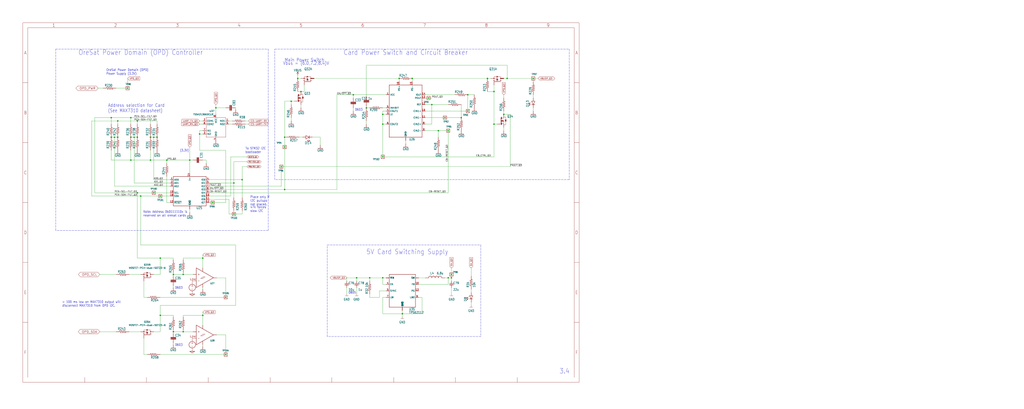
<source format=kicad_sch>
(kicad_sch (version 20211123) (generator eeschema)
  (paper "User" 795.02 318.11)
  (junction (at 335.28 81.28))
  (junction (at 142.24 213.36))
  (junction (at 226.06 78.74))
  (junction (at 383.54 71.12))
  (junction (at 297.18 215.9))
  (junction (at 165.1 157.48))
  (junction (at 175.26 231.14))
  (junction (at 157.48 200.66))
  (junction (at 101.6 124.46))
  (junction (at 181.61 166.37))
  (junction (at 276.86 215.9))
  (junction (at 363.22 86.36))
  (junction (at 350.52 213.36))
  (junction (at 106.68 149.86))
  (junction (at 134.62 213.36))
  (junction (at 142.24 257.81))
  (junction (at 157.48 245.11))
  (junction (at 414.02 60.96))
  (junction (at 88.9 106.68))
  (junction (at 347.98 101.6))
  (junction (at 167.64 83.82))
  (junction (at 124.46 200.66))
  (junction (at 233.68 71.12))
  (junction (at 124.46 152.4))
  (junction (at 218.44 129.54))
  (junction (at 116.84 124.46))
  (junction (at 175.26 275.59))
  (junction (at 347.98 215.9))
  (junction (at 99.06 68.58))
  (junction (at 297.18 88.9))
  (junction (at 147.32 124.46))
  (junction (at 116.84 106.68))
  (junction (at 106.68 106.68))
  (junction (at 119.38 149.86))
  (junction (at 297.18 96.52))
  (junction (at 187.96 139.7))
  (junction (at 104.14 106.68))
  (junction (at 287.02 215.9))
  (junction (at 91.44 106.68))
  (junction (at 309.88 60.96))
  (junction (at 231.14 60.96))
  (junction (at 101.6 106.68))
  (junction (at 220.98 106.68))
  (junction (at 220.98 147.32))
  (junction (at 332.74 76.2))
  (junction (at 358.14 91.44))
  (junction (at 312.42 243.84))
  (junction (at 393.7 60.96))
  (junction (at 363.22 73.66))
  (junction (at 350.52 215.9))
  (junction (at 320.04 60.96))
  (junction (at 220.98 114.3))
  (junction (at 391.16 88.9))
  (junction (at 91.44 93.98))
  (junction (at 181.61 142.24))
  (junction (at 345.44 91.44))
  (junction (at 134.62 257.81))
  (junction (at 119.38 106.68))
  (junction (at 124.46 245.11))
  (junction (at 106.68 93.98))
  (junction (at 383.54 96.52))
  (junction (at 297.18 121.92))
  (junction (at 101.6 91.44))
  (junction (at 378.46 60.96))
  (junction (at 86.36 106.68))
  (junction (at 86.36 91.44))
  (junction (at 284.48 83.82))
  (junction (at 274.32 73.66))
  (junction (at 129.54 124.46))
  (junction (at 109.22 152.4))
  (junction (at 340.36 101.6))
  (junction (at 154.94 104.14))
  (junction (at 121.92 106.68))
  (wire (pts (xy 175.26 157.48) (xy 175.26 116.84)))
  (wire (pts (xy 297.18 88.9) (xy 297.18 96.52)))
  (wire (pts (xy 80.01 68.58) (xy 76.2 68.58)))
  (wire (pts (xy 233.68 71.12) (xy 236.22 71.12)))
  (wire (pts (xy 347.98 215.9) (xy 350.52 215.9)))
  (wire (pts (xy 124.46 213.36) (xy 119.38 213.36)))
  (wire (pts (xy 347.98 149.86) (xy 347.98 101.6)))
  (wire (pts (xy 132.08 152.4) (xy 124.46 152.4)))
  (wire (pts (xy 86.36 96.52) (xy 86.36 91.44)))
  (wire (pts (xy 88.9 144.78) (xy 88.9 106.68)))
  (polyline (pts (xy 254 261.62) (xy 254 190.5)))
  (wire (pts (xy 124.46 257.81) (xy 119.38 257.81)))
  (wire (pts (xy 396.24 88.9) (xy 396.24 129.54)))
  (wire (pts (xy 134.62 201.93) (xy 134.62 200.66)))
  (wire (pts (xy 116.84 124.46) (xy 116.84 116.84)))
  (wire (pts (xy 340.36 101.6) (xy 330.2 101.6)))
  (wire (pts (xy 111.76 231.14) (xy 111.76 218.44)))
  (wire (pts (xy 129.54 124.46) (xy 147.32 124.46)))
  (wire (pts (xy 335.28 81.28) (xy 347.98 81.28)))
  (wire (pts (xy 181.61 125.73) (xy 191.77 125.73)))
  (wire (pts (xy 134.62 213.36) (xy 142.24 213.36)))
  (wire (pts (xy 330.2 76.2) (xy 332.74 76.2)))
  (wire (pts (xy 165.1 157.48) (xy 175.26 157.48)))
  (wire (pts (xy 119.38 149.86) (xy 132.08 149.86)))
  (wire (pts (xy 91.44 106.68) (xy 88.9 106.68)))
  (wire (pts (xy 168.275 260.35) (xy 175.26 260.35)))
  (wire (pts (xy 124.46 245.11) (xy 124.46 237.49)))
  (wire (pts (xy 261.62 147.32) (xy 220.98 147.32)))
  (wire (pts (xy 91.44 96.52) (xy 91.44 93.98)))
  (wire (pts (xy 124.46 245.11) (xy 124.46 257.81)))
  (wire (pts (xy 157.48 224.79) (xy 157.48 223.52)))
  (polyline (pts (xy 373.38 261.62) (xy 254 261.62)))
  (wire (pts (xy 274.32 86.36) (xy 274.32 83.82)))
  (wire (pts (xy 325.12 215.9) (xy 330.2 215.9)))
  (wire (pts (xy 325.12 231.14) (xy 327.66 231.14)))
  (wire (pts (xy 154.94 104.14) (xy 157.48 104.14)))
  (wire (pts (xy 165.1 157.48) (xy 162.56 157.48)))
  (wire (pts (xy 142.24 256.54) (xy 142.24 257.81)))
  (wire (pts (xy 187.96 153.67) (xy 187.96 139.7)))
  (wire (pts (xy 71.12 152.4) (xy 71.12 93.98)))
  (wire (pts (xy 233.68 81.28) (xy 233.68 83.82)))
  (wire (pts (xy 284.48 50.8) (xy 393.7 50.8)))
  (wire (pts (xy 294.64 226.06) (xy 299.72 226.06)))
  (wire (pts (xy 193.04 93.98) (xy 190.5 93.98)))
  (wire (pts (xy 162.56 147.32) (xy 220.98 147.32)))
  (wire (pts (xy 175.26 260.35) (xy 175.26 275.59)))
  (wire (pts (xy 119.38 139.7) (xy 119.38 106.68)))
  (wire (pts (xy 106.68 200.66) (xy 106.68 149.86)))
  (wire (pts (xy 294.64 231.14) (xy 287.02 231.14)))
  (wire (pts (xy 378.46 71.12) (xy 383.54 71.12)))
  (wire (pts (xy 383.54 71.12) (xy 383.54 96.52)))
  (wire (pts (xy 222.25 106.68) (xy 220.98 106.68)))
  (wire (pts (xy 187.96 129.54) (xy 187.96 139.7)))
  (wire (pts (xy 414.02 60.96) (xy 414.02 63.5)))
  (wire (pts (xy 181.61 142.24) (xy 181.61 125.73)))
  (wire (pts (xy 181.61 142.24) (xy 181.61 153.67)))
  (wire (pts (xy 157.48 269.24) (xy 157.48 267.97)))
  (wire (pts (xy 297.18 220.98) (xy 299.72 220.98)))
  (wire (pts (xy 299.72 86.36) (xy 297.18 86.36)))
  (wire (pts (xy 340.36 106.68) (xy 340.36 101.6)))
  (wire (pts (xy 154.94 96.52) (xy 157.48 96.52)))
  (wire (pts (xy 330.2 73.66) (xy 353.06 73.66)))
  (wire (pts (xy 73.66 149.86) (xy 73.66 91.44)))
  (wire (pts (xy 378.46 60.96) (xy 381 60.96)))
  (wire (pts (xy 109.22 213.36) (xy 100.33 213.36)))
  (wire (pts (xy 99.06 60.96) (xy 99.06 68.58)))
  (polyline (pts (xy 373.38 190.5) (xy 373.38 261.62)))
  (wire (pts (xy 187.96 166.37) (xy 187.96 163.83)))
  (wire (pts (xy 345.44 91.44) (xy 358.14 91.44)))
  (wire (pts (xy 134.62 200.66) (xy 124.46 200.66)))
  (wire (pts (xy 261.62 73.66) (xy 274.32 73.66)))
  (wire (pts (xy 116.84 96.52) (xy 116.84 91.44)))
  (wire (pts (xy 106.68 96.52) (xy 106.68 93.98)))
  (wire (pts (xy 124.46 275.59) (xy 175.26 275.59)))
  (wire (pts (xy 261.62 147.32) (xy 261.62 73.66)))
  (wire (pts (xy 297.18 215.9) (xy 287.02 215.9)))
  (wire (pts (xy 330.2 86.36) (xy 363.22 86.36)))
  (wire (pts (xy 193.04 96.52) (xy 190.5 96.52)))
  (wire (pts (xy 147.32 134.62) (xy 147.32 124.46)))
  (wire (pts (xy 106.68 93.98) (xy 121.92 93.98)))
  (wire (pts (xy 365.76 224.79) (xy 365.76 227.33)))
  (wire (pts (xy 320.04 63.5) (xy 320.04 60.96)))
  (wire (pts (xy 157.48 245.11) (xy 157.48 242.57)))
  (wire (pts (xy 106.68 106.68) (xy 104.14 106.68)))
  (wire (pts (xy 248.666 106.68) (xy 248.666 112.776)))
  (polyline (pts (xy 208.28 179.07) (xy 43.18 179.07)))
  (wire (pts (xy 134.62 257.81) (xy 142.24 257.81)))
  (wire (pts (xy 132.08 142.24) (xy 104.14 142.24)))
  (wire (pts (xy 243.84 60.96) (xy 309.88 60.96)))
  (wire (pts (xy 90.17 68.58) (xy 99.06 68.58)))
  (wire (pts (xy 104.14 142.24) (xy 104.14 106.68)))
  (wire (pts (xy 73.66 149.86) (xy 106.68 149.86)))
  (wire (pts (xy 284.48 96.52) (xy 284.48 93.98)))
  (wire (pts (xy 284.48 74.93) (xy 284.48 50.8)))
  (wire (pts (xy 330.2 96.52) (xy 335.28 96.52)))
  (wire (pts (xy 226.06 81.28) (xy 226.06 78.74)))
  (wire (pts (xy 109.22 190.5) (xy 109.22 152.4)))
  (wire (pts (xy 142.24 257.81) (xy 149.86 257.81)))
  (wire (pts (xy 417.83 60.96) (xy 414.02 60.96)))
  (wire (pts (xy 297.18 231.14) (xy 299.72 231.14)))
  (wire (pts (xy 242.57 106.68) (xy 248.666 106.68)))
  (wire (pts (xy 160.02 124.46) (xy 160.02 127)))
  (wire (pts (xy 124.46 200.66) (xy 124.46 213.36)))
  (wire (pts (xy 154.94 93.98) (xy 157.48 93.98)))
  (wire (pts (xy 124.46 152.4) (xy 109.22 152.4)))
  (wire (pts (xy 396.24 129.54) (xy 218.44 129.54)))
  (wire (pts (xy 101.6 124.46) (xy 101.6 116.84)))
  (wire (pts (xy 284.48 82.55) (xy 284.48 83.82)))
  (wire (pts (xy 182.88 190.5) (xy 109.22 190.5)))
  (wire (pts (xy 142.24 246.38) (xy 142.24 245.11)))
  (wire (pts (xy 327.66 243.84) (xy 312.42 243.84)))
  (wire (pts (xy 226.06 78.74) (xy 228.6 78.74)))
  (wire (pts (xy 269.24 223.52) (xy 269.24 228.6)))
  (wire (pts (xy 393.7 60.96) (xy 414.02 60.96)))
  (wire (pts (xy 297.18 231.14) (xy 297.18 243.84)))
  (wire (pts (xy 391.16 88.9) (xy 396.24 88.9)))
  (wire (pts (xy 132.08 144.78) (xy 88.9 144.78)))
  (wire (pts (xy 218.44 144.78) (xy 162.56 144.78)))
  (wire (pts (xy 299.72 83.82) (xy 297.18 83.82)))
  (wire (pts (xy 358.14 91.44) (xy 358.14 81.28)))
  (wire (pts (xy 386.08 96.52) (xy 383.54 96.52)))
  (wire (pts (xy 236.22 71.12) (xy 236.22 66.04)))
  (wire (pts (xy 232.41 106.68) (xy 234.95 106.68)))
  (wire (pts (xy 90.17 257.81) (xy 77.47 257.81)))
  (wire (pts (xy 347.98 215.9) (xy 345.44 215.9)))
  (wire (pts (xy 218.44 129.54) (xy 218.44 144.78)))
  (wire (pts (xy 391.16 86.36) (xy 391.16 88.9)))
  (wire (pts (xy 134.62 245.11) (xy 124.46 245.11)))
  (wire (pts (xy 269.24 218.44) (xy 269.24 215.9)))
  (wire (pts (xy 414.02 83.82) (xy 414.02 86.36)))
  (polyline (pts (xy 441.96 139.7) (xy 213.36 139.7)))
  (wire (pts (xy 134.62 214.63) (xy 134.62 213.36)))
  (wire (pts (xy 147.32 124.46) (xy 149.86 124.46)))
  (wire (pts (xy 134.62 257.81) (xy 134.62 259.08)))
  (wire (pts (xy 175.26 215.9) (xy 175.26 231.14)))
  (wire (pts (xy 114.3 231.14) (xy 111.76 231.14)))
  (wire (pts (xy 347.98 101.6) (xy 340.36 101.6)))
  (wire (pts (xy 157.48 124.46) (xy 160.02 124.46)))
  (wire (pts (xy 162.56 142.24) (xy 181.61 142.24)))
  (wire (pts (xy 287.02 231.14) (xy 287.02 228.6)))
  (wire (pts (xy 147.32 124.46) (xy 147.32 114.3)))
  (wire (pts (xy 154.94 116.84) (xy 175.26 116.84)))
  (wire (pts (xy 119.38 106.68) (xy 116.84 106.68)))
  (wire (pts (xy 299.72 215.9) (xy 297.18 215.9)))
  (wire (pts (xy 179.07 121.92) (xy 191.77 121.92)))
  (wire (pts (xy 121.92 106.68) (xy 119.38 106.68)))
  (wire (pts (xy 391.16 99.06) (xy 391.16 101.6)))
  (wire (pts (xy 220.98 106.68) (xy 220.98 114.3)))
  (polyline (pts (xy 208.28 38.1) (xy 208.28 179.07)))
  (wire (pts (xy 111.76 275.59) (xy 111.76 262.89)))
  (wire (pts (xy 134.62 223.52) (xy 134.62 222.25)))
  (wire (pts (xy 101.6 124.46) (xy 116.84 124.46)))
  (wire (pts (xy 134.62 246.38) (xy 134.62 245.11)))
  (wire (pts (xy 147.32 165.1) (xy 147.32 162.56)))
  (wire (pts (xy 73.66 91.44) (xy 86.36 91.44)))
  (wire (pts (xy 391.16 73.66) (xy 391.16 76.2)))
  (wire (pts (xy 106.68 149.86) (xy 119.38 149.86)))
  (wire (pts (xy 297.18 96.52) (xy 299.72 96.52)))
  (wire (pts (xy 312.42 246.38) (xy 312.42 243.84)))
  (wire (pts (xy 101.6 91.44) (xy 116.84 91.44)))
  (wire (pts (xy 86.36 124.46) (xy 86.36 116.84)))
  (polyline (pts (xy 254 190.5) (xy 373.38 190.5)))
  (wire (pts (xy 345.44 91.44) (xy 330.2 91.44)))
  (wire (pts (xy 276.86 218.44) (xy 276.86 215.9)))
  (wire (pts (xy 284.48 83.82) (xy 287.02 83.82)))
  (wire (pts (xy 129.54 127) (xy 129.54 124.46)))
  (wire (pts (xy 162.56 154.94) (xy 177.8 154.94)))
  (wire (pts (xy 330.2 81.28) (xy 335.28 81.28)))
  (wire (pts (xy 327.66 231.14) (xy 327.66 243.84)))
  (wire (pts (xy 226.06 78.74) (xy 220.98 78.74)))
  (wire (pts (xy 157.48 101.6) (xy 154.94 101.6)))
  (wire (pts (xy 187.96 129.54) (xy 191.77 129.54)))
  (wire (pts (xy 383.54 121.92) (xy 297.18 121.92)))
  (wire (pts (xy 220.98 114.3) (xy 220.98 147.32)))
  (wire (pts (xy 391.16 60.96) (xy 393.7 60.96)))
  (wire (pts (xy 226.06 91.44) (xy 226.06 93.98)))
  (wire (pts (xy 182.88 83.82) (xy 182.88 85.09)))
  (wire (pts (xy 347.98 220.98) (xy 347.98 215.9)))
  (wire (pts (xy 124.46 200.66) (xy 106.68 200.66)))
  (wire (pts (xy 121.92 93.98) (xy 121.92 96.52)))
  (wire (pts (xy 154.94 104.14) (xy 154.94 116.84)))
  (wire (pts (xy 365.76 234.95) (xy 365.76 237.49)))
  (wire (pts (xy 297.18 220.98) (xy 297.18 215.9)))
  (wire (pts (xy 363.22 86.36) (xy 363.22 73.66)))
  (wire (pts (xy 297.18 86.36) (xy 297.18 88.9)))
  (wire (pts (xy 294.64 226.06) (xy 294.64 231.14)))
  (wire (pts (xy 162.56 149.86) (xy 347.98 149.86)))
  (wire (pts (xy 297.18 88.9) (xy 299.72 88.9)))
  (wire (pts (xy 297.18 121.92) (xy 297.18 96.52)))
  (wire (pts (xy 276.86 223.52) (xy 276.86 228.6)))
  (wire (pts (xy 157.48 252.73) (xy 157.48 245.11)))
  (wire (pts (xy 287.02 215.9) (xy 276.86 215.9)))
  (wire (pts (xy 181.61 166.37) (xy 187.96 166.37)))
  (wire (pts (xy 134.62 213.36) (xy 134.62 212.09)))
  (wire (pts (xy 314.96 111.76) (xy 314.96 109.22)))
  (wire (pts (xy 231.14 58.42) (xy 231.14 60.96)))
  (wire (pts (xy 162.56 152.4) (xy 179.07 152.4)))
  (wire (pts (xy 325.12 220.98) (xy 347.98 220.98)))
  (polyline (pts (xy 213.36 139.7) (xy 213.36 38.1)))
  (wire (pts (xy 88.9 106.68) (xy 86.36 106.68)))
  (wire (pts (xy 132.08 157.48) (xy 129.54 157.48)))
  (wire (pts (xy 157.48 208.28) (xy 157.48 200.66)))
  (wire (pts (xy 167.64 83.82) (xy 167.64 88.9)))
  (wire (pts (xy 134.62 267.97) (xy 134.62 266.7)))
  (wire (pts (xy 274.32 73.66) (xy 299.72 73.66)))
  (wire (pts (xy 124.46 231.14) (xy 175.26 231.14)))
  (wire (pts (xy 180.34 93.98) (xy 177.8 93.98)))
  (wire (pts (xy 231.14 60.96) (xy 233.68 60.96)))
  (wire (pts (xy 142.24 213.36) (xy 149.86 213.36)))
  (wire (pts (xy 179.07 152.4) (xy 179.07 121.92)))
  (wire (pts (xy 363.22 73.66) (xy 368.3 73.66)))
  (wire (pts (xy 86.36 124.46) (xy 101.6 124.46)))
  (wire (pts (xy 132.08 139.7) (xy 119.38 139.7)))
  (polyline (pts (xy 213.36 38.1) (xy 441.96 38.1)))
  (wire (pts (xy 350.52 223.52) (xy 350.52 228.6)))
  (wire (pts (xy 187.96 139.7) (xy 162.56 139.7)))
  (wire (pts (xy 104.14 106.68) (xy 101.6 106.68)))
  (wire (pts (xy 350.52 213.36) (xy 350.52 215.9)))
  (polyline (pts (xy 43.18 38.1) (xy 208.28 38.1)))
  (wire (pts (xy 157.48 200.66) (xy 142.24 200.66)))
  (polyline (pts (xy 441.96 38.1) (xy 441.96 139.7)))
  (wire (pts (xy 134.62 257.81) (xy 134.62 256.54)))
  (wire (pts (xy 167.64 83.82) (xy 175.26 83.82)))
  (wire (pts (xy 297.18 243.84) (xy 312.42 243.84)))
  (wire (pts (xy 168.275 215.9) (xy 175.26 215.9)))
  (wire (pts (xy 157.48 245.11) (xy 142.24 245.11)))
  (wire (pts (xy 320.04 60.96) (xy 378.46 60.96)))
  (wire (pts (xy 309.88 60.96) (xy 309.88 63.5)))
  (wire (pts (xy 231.14 71.12) (xy 233.68 71.12)))
  (wire (pts (xy 365.76 208.28) (xy 365.76 214.63)))
  (wire (pts (xy 287.02 218.44) (xy 287.02 215.9)))
  (wire (pts (xy 182.88 237.49) (xy 182.88 190.5)))
  (wire (pts (xy 383.54 96.52) (xy 383.54 121.92)))
  (wire (pts (xy 91.44 93.98) (xy 106.68 93.98)))
  (wire (pts (xy 269.24 215.9) (xy 276.86 215.9)))
  (wire (pts (xy 181.61 163.83) (xy 181.61 166.37)))
  (wire (pts (xy 71.12 93.98) (xy 91.44 93.98)))
  (wire (pts (xy 129.54 137.16) (xy 129.54 157.48)))
  (wire (pts (xy 167.64 81.28) (xy 167.64 83.82)))
  (wire (pts (xy 350.52 208.28) (xy 350.52 213.36)))
  (wire (pts (xy 90.17 213.36) (xy 77.47 213.36)))
  (wire (pts (xy 124.46 237.49) (xy 182.88 237.49)))
  (wire (pts (xy 177.8 154.94) (xy 177.8 166.37)))
  (wire (pts (xy 414.02 73.66) (xy 414.02 76.2)))
  (wire (pts (xy 335.28 96.52) (xy 335.28 81.28)))
  (wire (pts (xy 142.24 212.09) (xy 142.24 213.36)))
  (wire (pts (xy 109.22 152.4) (xy 71.12 152.4)))
  (wire (pts (xy 220.98 78.74) (xy 220.98 106.68)))
  (wire (pts (xy 383.54 71.12) (xy 383.54 66.04)))
  (wire (pts (xy 393.7 50.8) (xy 393.7 60.96)))
  (wire (pts (xy 274.32 76.2) (xy 274.32 73.66)))
  (wire (pts (xy 154.94 101.6) (xy 154.94 104.14)))
  (wire (pts (xy 116.84 124.46) (xy 129.54 124.46)))
  (wire (pts (xy 101.6 96.52) (xy 101.6 91.44)))
  (wire (pts (xy 332.74 76.2) (xy 335.28 76.2)))
  (wire (pts (xy 142.24 201.93) (xy 142.24 200.66)))
  (wire (pts (xy 109.22 257.81) (xy 100.33 257.81)))
  (wire (pts (xy 114.3 275.59) (xy 111.76 275.59)))
  (wire (pts (xy 180.34 96.52) (xy 177.8 96.52)))
  (wire (pts (xy 177.8 166.37) (xy 181.61 166.37)))
  (wire (pts (xy 312.42 243.84) (xy 312.42 241.3)))
  (polyline (pts (xy 43.18 179.07) (xy 43.18 38.1)))
  (wire (pts (xy 157.48 200.66) (xy 157.48 198.12)))
  (wire (pts (xy 350.52 218.44) (xy 350.52 215.9)))
  (wire (pts (xy 86.36 91.44) (xy 101.6 91.44)))
  (text "OreSat Power Domain (OPD)\nPower Supply (3.3V)" (at 82.55 58.42 180) (effects (font (size 1.778 1.5113)) (justify left bottom)))
  (text "Place only if\nI2C pullups\nnot placed." (at 194.31 160.02 180) (effects (font (size 1.778 1.5113)) (justify left bottom)))
  (text "0603" (at 275.59 86.36 180) (effects (font (size 1.778 1.5113)) (justify left bottom)))
  (text "0603" (at 135.89 224.79 180) (effects (font (size 1.778 1.5113)) (justify left bottom)))
  (text "0805" (at 270.51 228.6 180) (effects (font (size 1.778 1.5113)) (justify left bottom)))
  (text "OreSat Power Domain (OPD) Controller" (at 60.96 43.18 180) (effects (font (size 3.81 3.2385)) (justify left bottom)))
  (text "> 100 ms low on MAX7310 output will\ndisconnect MAX7310 from OPD I2C." (at 48.26 238.76 0) (effects (font (size 1.778 1.5113)) (justify left bottom)))
  (text "Card Power Switch and Circuit Breaker" (at 266.7 43.18 180) (effects (font (size 3.81 3.2385)) (justify left bottom)))
  (text "Note: Address 0b0111110x is\nreserved on all oresat cards" (at 111.252 168.656 0) (effects (font (size 1.778 1.5113)) (justify left bottom)))
  (text "47k forces\nslow I2C" (at 194.31 165.1 180) (effects (font (size 1.778 1.5113)) (justify left bottom)))
  (text "Main Power Switch" (at 220.98 48.26 180) (effects (font (size 2.54 2.159)) (justify left bottom)))
  (text "3.4" (at 434.34 290.83 180) (effects (font (size 3.81 3.2385)) (justify left bottom)))
  (text "Address selection for Card\n(See MAX7310 datasheet)" (at 83.82 87.63 0) (effects (font (size 2.54 2.159)) (justify left bottom)))
  (text "(3.3V)" (at 139.7 118.11 180) (effects (font (size 1.778 1.5113)) (justify left bottom)))
  (text "Vbus = (6.0,7.2,8.4)V" (at 219.71 50.8 180) (effects (font (size 2.54 2.159)) (justify left bottom)))
  (text "0603" (at 135.89 269.24 180) (effects (font (size 1.778 1.5113)) (justify left bottom)))
  (text "To STM32 I2C\nbootloader" (at 190.5 119.38 180) (effects (font (size 1.778 1.5113)) (justify left bottom)))
  (text "5V Card Switching Supply" (at 284.48 198.12 180) (effects (font (size 3.81 3.2385)) (justify left bottom)))
  (label "~{FAULT_Q3}" (at 396.24 129.54 0) (effects (font (size 1.2446 1.2446))))
  (label "CB-RESET_Q3" (at 162.56 149.86 0) (effects (font (size 1.2446 1.2446))))
  (label "PEN-SDA-FILT_Q3" (at 88.9 152.4 0) (effects (font (size 1.2446 1.2446))))
  (label "CB-RESET_Q3" (at 347.98 125.73 90) (effects (font (size 1.2446 1.2446))))
  (label "~{FAULT_Q3}" (at 162.56 144.78 0) (effects (font (size 1.2446 1.2446))))
  (label "ON/~{OFF_Q3}" (at 162.56 147.32 0) (effects (font (size 1.2446 1.2446))))
  (label "PEN-SCL-FILT_Q3" (at 104.14 91.44 0) (effects (font (size 1.2446 1.2446))))
  (label "PEN-SDA-FILT_Q3" (at 104.14 93.98 0) (effects (font (size 1.2446 1.2446))))
  (label "POUT_Q3" (at 335.28 76.2 0) (effects (font (size 1.2446 1.2446))))
  (label "PEN-SCL-FILT_Q3" (at 88.9 149.86 0) (effects (font (size 1.2446 1.2446))))
  (label "AD0_Q3" (at 119.38 139.7 0) (effects (font (size 1.2446 1.2446))))
  (label "CB_CTRL_Q3" (at 369.57 121.92 0) (effects (font (size 1.2446 1.2446))))
  (label "VPD_Q3" (at 129.54 124.46 0) (effects (font (size 1.2446 1.2446))))
  (label "CB-RESET_Q3" (at 332.74 149.86 0) (effects (font (size 1.2446 1.2446))))
  (label "ON/~{OFF_Q3}" (at 261.62 73.66 0) (effects (font (size 1.2446 1.2446))))
  (label "AD2_Q3" (at 119.38 144.78 0) (effects (font (size 1.2446 1.2446))))
  (label "AD1_Q3" (at 119.38 142.24 0) (effects (font (size 1.2446 1.2446))))
  (global_label "5V_Q3" (shape input) (at 365.76 208.28 90) (property "Intersheet References" "${INTERSHEET_REFS}" (effects hide)))
  (global_label "VPD_Q3" (shape input) (at 99.06 60.96 0) (property "Intersheet References" "${INTERSHEET_REFS}" (effects hide)))
  (global_label "UART_TX_Q3" (shape input) (at 154.94 93.98 180) (property "Intersheet References" "${INTERSHEET_REFS}" (effects hide)))
  (global_label "C3-UART-RX" (shape input) (at 193.04 93.98 0) (property "Intersheet References" "${INTERSHEET_REFS}" (effects hide)))
  (global_label "PB6/SCL_Q3" (shape bidirectional) (at 191.77 129.54 0) (effects (font (size 0.889 0.889))) (property "Intersheet References" "${INTERSHEET_REFS}" (effects hide)))
  (global_label "OPD_PWR" (shape bidirectional) (at 76.2 68.58 180) (effects (font (size 1.778 1.778))) (property "Intersheet References" "${INTERSHEET_REFS}" (effects hide)))
  (global_label "C3-UART-TX" (shape input) (at 193.04 96.52 0) (property "Intersheet References" "${INTERSHEET_REFS}" (effects hide)))
  (global_label "VPD_Q3" (shape input) (at 157.48 242.57 0) (property "Intersheet References" "${INTERSHEET_REFS}" (effects hide)))
  (global_label "VBUSP_Q3" (shape bidirectional) (at 269.24 215.9 180) (effects (font (size 1.2446 1.2446))) (property "Intersheet References" "${INTERSHEET_REFS}" (effects hide)))
  (global_label "OPD_SDA" (shape bidirectional) (at 77.47 257.81 180) (effects (font (size 1.778 1.778))) (property "Intersheet References" "${INTERSHEET_REFS}" (effects hide)))
  (global_label "VPD_Q3" (shape input) (at 167.64 81.28 90) (property "Intersheet References" "${INTERSHEET_REFS}" (effects hide)))
  (global_label "VBUSP_Q3" (shape bidirectional) (at 417.83 60.96 0) (effects (font (size 1.2446 1.2446))) (property "Intersheet References" "${INTERSHEET_REFS}" (effects hide)))
  (global_label "5V_Q3" (shape input) (at 350.52 208.28 90) (property "Intersheet References" "${INTERSHEET_REFS}" (effects hide)))
  (global_label "OPD_SCL" (shape bidirectional) (at 77.47 213.36 180) (effects (font (size 1.778 1.778))) (property "Intersheet References" "${INTERSHEET_REFS}" (effects hide)))
  (global_label "VPD_Q3" (shape input) (at 391.16 73.66 90) (property "Intersheet References" "${INTERSHEET_REFS}" (effects hide)))
  (global_label "VPD_Q3" (shape input) (at 157.48 198.12 0) (property "Intersheet References" "${INTERSHEET_REFS}" (effects hide)))
  (global_label "BOOT0_Q3" (shape bidirectional) (at 191.77 121.92 0) (effects (font (size 0.889 0.889))) (property "Intersheet References" "${INTERSHEET_REFS}" (effects hide)))
  (global_label "VPD_Q3" (shape input) (at 147.32 114.3 90) (property "Intersheet References" "${INTERSHEET_REFS}" (effects hide)))
  (global_label "UART_RX_Q3" (shape input) (at 154.94 96.52 180) (property "Intersheet References" "${INTERSHEET_REFS}" (effects hide)))
  (global_label "PB7/SDA_Q3" (shape bidirectional) (at 191.77 125.73 0) (effects (font (size 0.889 0.889))) (property "Intersheet References" "${INTERSHEET_REFS}" (effects hide)))
  (symbol (lib_id "oresat-acs-card-eagle-import:R-US_0603-C-NOSILK") (at 185.42 96.52 180) (unit 1)
    (property "Reference" "R115" (at 190.5 97.79 0) (effects (font (size 1.778 1.5113)) (justify left bottom)))
    (property "Value" "10k" (at 184.15 97.79 0) (effects (font (size 1.778 1.5113)) (justify left bottom)))
    (property "Footprint" "oresat-acs-card:.0603-C-NOSILK" (effects hide))
    (property "Value" "RC0603FR-0710KL" (effects hide))
  )
  (symbol (lib_id "oresat-acs-card-eagle-import:GND") (at 91.44 119.38 0) (mirror y) (unit 1)
    (property "Reference" "#GND0144" (effects hide))
    (property "Value" "GND" (at 93.98 121.92 0) (effects (font (size 1.778 1.5113)) (justify left bottom)))
  )
  (symbol (lib_name "MOSFET-PCH-SOT23-6_1") (lib_id "oresat-acs-card-eagle-import:MOSFET-PCH-SOT23-6") (at 386.08 63.5 90) (unit 1)
    (property "Reference" "Q31" (at 379.73 54.61 90) (effects (font (size 1.778 1.5113)) (justify right top)))
    (property "Value" "MOSFET-PCH-SOT23-6" (at 379.73 57.15 90) (effects (font (size 1.778 1.5113)) (justify right top)))
    (property "Footprint" "oresat-acs-card:SOT23-6" (effects hide))
    (property "Value" "MOSFET-PCH-SOT23-6" (effects hide))
  )
  (symbol (lib_id "oresat-acs-card-eagle-import:R-US_0603-C-NOSILK") (at 134.62 207.01 90) (unit 1)
    (property "Reference" "R265" (at 133.35 212.09 0) (effects (font (size 1.778 1.5113)) (justify left bottom)))
    (property "Value" "330k" (at 133.35 205.74 0) (effects (font (size 1.778 1.5113)) (justify left bottom)))
    (property "Footprint" "oresat-acs-card:.0603-C-NOSILK" (effects hide))
    (property "Value" "MCT06030C3303FP000" (effects hide))
  )
  (symbol (lib_id "oresat-acs-card-eagle-import:TEST-POINT-LARGE-SQUARE") (at 181.61 166.37 90) (unit 1)
    (property "Reference" "TP103" (at 179.07 170.18 90) (effects (font (size 1.27 1.0795)) (justify right top)))
    (property "Value" "TEST-POINT-LARGE-SQUARE" (effects hide))
    (property "Footprint" "oresat-acs-card:1X01" (effects hide))
  )
  (symbol (lib_id "oresat-acs-card-eagle-import:R-US_0603-C-NOSILK") (at 142.24 251.46 90) (unit 1)
    (property "Reference" "R262" (at 140.97 255.27 0) (effects (font (size 1.778 1.5113)) (justify left bottom)))
    (property "Value" "1M" (at 140.97 248.92 0) (effects (font (size 1.778 1.5113)) (justify left bottom)))
    (property "Footprint" "oresat-acs-card:.0603-C-NOSILK" (effects hide))
    (property "Value" "RC0603FR-071ML" (effects hide))
  )
  (symbol (lib_id "oresat-acs-card-eagle-import:R-US_0603-C-NOSILK") (at 91.44 101.6 90) (unit 1)
    (property "Reference" "R242" (at 89.9414 105.41 0) (effects (font (size 1.778 1.5113)) (justify left bottom)))
    (property "Value" "NP" (at 89.662 99.06 0) (effects (font (size 1.778 1.5113)) (justify left bottom)))
    (property "Footprint" "oresat-acs-card:.0603-C-NOSILK" (effects hide))
    (property "Value" "RC1005F6653CS" (effects hide))
  )
  (symbol (lib_id "oresat-acs-card-eagle-import:C-EU0603-C-NOSILK") (at 274.32 78.74 0) (unit 1)
    (property "Reference" "C33" (at 275.59 78.74 0) (effects (font (size 1.778 1.5113)) (justify left bottom)))
    (property "Value" "1u" (at 275.59 83.82 0) (effects (font (size 1.778 1.5113)) (justify left bottom)))
    (property "Footprint" "oresat-acs-card:.0603-C-NOSILK" (effects hide))
    (property "Value" "CC0603KRX7R7BB105" (effects hide))
  )
  (symbol (lib_id "OreSat-Power:GND") (at 350.52 228.6 0) (mirror y) (unit 1)
    (property "Reference" "#GND072" (effects hide))
    (property "Value" "GND" (at 353.06 233.68 0) (effects (font (size 1.778 1.5113)) (justify left bottom)))
    (property "Footprint" "oresat-live-card:" (effects hide))
  )
  (symbol (lib_id "oresat-acs-card-eagle-import:TEST-POINT-LARGE-SQUARE") (at 119.38 149.86 180) (unit 1)
    (property "Reference" "TP100" (at 121.92 146.05 0) (effects (font (size 1.27 1.0795)) (justify left bottom)))
    (property "Value" "TEST-POINT-LARGE-SQUARE" (effects hide))
    (property "Footprint" "oresat-acs-card:1X01" (effects hide))
  )
  (symbol (lib_id "oresat-acs-card-eagle-import:MAX4211") (at 314.96 83.82 0) (unit 1)
    (property "Reference" "U26" (at 317.5 109.22 0) (effects (font (size 1.778 1.5113)) (justify left bottom)))
    (property "Value" "MAX4211FETE" (at 317.5 111.76 0) (effects (font (size 1.778 1.5113)) (justify left bottom)))
    (property "Footprint" "oresat-acs-card:QFN65P400X400X80-17T210" (effects hide))
    (property "Value" "MAX4211FETE" (effects hide))
  )
  (symbol (lib_id "Device:C_Small") (at 276.86 220.98 0) (unit 1)
    (property "Reference" "C78" (at 278.13 220.98 0) (effects (font (size 1.778 1.5113)) (justify left bottom)))
    (property "Value" "1u" (at 278.13 226.06 0) (effects (font (size 1.778 1.5113)) (justify left bottom)))
    (property "Footprint" "Resistor_SMD:R_0603_1608Metric" (effects hide))
    (property "Description" "1 µF ±20% 25V Ceramic Capacitor X7R 0603 (1608 Metric)" (effects hide))
    (property "Distributor" "DigiKey" (effects hide))
    (property "MPN" "CGA3E1X7R1E105M080AE" (effects hide))
  )
  (symbol (lib_id "oresat-acs-card-eagle-import:R-US_0603-C-NOSILK") (at 95.25 213.36 0) (unit 1)
    (property "Reference" "R263" (at 91.44 212.09 0) (effects (font (size 1.778 1.5113)) (justify left bottom)))
    (property "Value" "100" (at 97.79 212.09 0) (effects (font (size 1.778 1.5113)) (justify left bottom)))
    (property "Footprint" "oresat-acs-card:.0603-C-NOSILK" (effects hide))
    (property "Value" "RC0603FR-07100RL" (effects hide))
  )
  (symbol (lib_id "oresat-acs-card-eagle-import:MIC842LYC5") (at 157.48 260.35 0) (unit 1)
    (property "Reference" "U28" (at 163.195 265.43 0) (effects (font (size 1.27 1.0795)) (justify left bottom)))
    (property "Value" "MIC842LYC5" (at 163.195 266.7 0) (effects (font (size 1.27 1.0795)) (justify left bottom)))
    (property "Footprint" "oresat-acs-card:SC70-5" (effects hide))
    (property "Value" "MIC842LYC5-TR" (effects hide))
  )
  (symbol (lib_id "oresat-acs-card-eagle-import:GND") (at 248.666 115.316 0) (mirror y) (unit 1)
    (property "Reference" "#GND0153" (effects hide))
    (property "Value" "GND" (at 251.206 117.856 0) (effects (font (size 1.778 1.5113)) (justify left bottom)))
  )
  (symbol (lib_id "oresat-acs-card-eagle-import:R-US_0603-C-NOSILK") (at 121.92 101.6 90) (unit 1)
    (property "Reference" "R234" (at 120.4214 105.41 0) (effects (font (size 1.778 1.5113)) (justify left bottom)))
    (property "Value" "NP" (at 120.142 99.06 0) (effects (font (size 1.778 1.5113)) (justify left bottom)))
    (property "Footprint" "oresat-acs-card:.0603-C-NOSILK" (effects hide))
    (property "Value" "RC1005F6653CS" (effects hide))
  )
  (symbol (lib_id "oresat-acs-card-eagle-import:R-US_0603-C-NOSILK") (at 106.68 111.76 90) (unit 1)
    (property "Reference" "R237" (at 105.1814 115.57 0) (effects (font (size 1.778 1.5113)) (justify left bottom)))
    (property "Value" "NP" (at 104.902 109.22 0) (effects (font (size 1.778 1.5113)) (justify left bottom)))
    (property "Footprint" "oresat-acs-card:.0603-C-NOSILK" (effects hide))
    (property "Value" "RC1005F6653CS" (effects hide))
  )
  (symbol (lib_id "oresat-acs-card-eagle-import:TS5A21366DCUR") (at 167.64 99.06 0) (unit 1)
    (property "Reference" "U37" (at 162.56 86.36 0) (effects (justify left)))
    (property "Value" "TS5A21366DCUR" (at 149.86 88.9 0) (effects (justify left)))
    (property "Footprint" "oresat-acs-card:DCU-R-PDSO-G8" (effects hide))
  )
  (symbol (lib_id "oresat-acs-card-eagle-import:GND") (at 157.48 271.78 0) (mirror y) (unit 1)
    (property "Reference" "#GND0155" (effects hide))
    (property "Value" "GND" (at 160.02 274.32 0) (effects (font (size 1.778 1.5113)) (justify left bottom)))
  )
  (symbol (lib_id "oresat-acs-card-eagle-import:R-US_0603-C-NOSILK") (at 368.3 78.74 90) (unit 1)
    (property "Reference" "R250" (at 366.8014 83.82 0) (effects (font (size 1.778 1.5113)) (justify left bottom)))
    (property "Value" "NP" (at 367.03 77.47 0) (effects (font (size 1.778 1.5113)) (justify left bottom)))
    (property "Footprint" "oresat-acs-card:.0603-C-NOSILK" (effects hide))
    (property "Value" "RC1005F6653CS" (effects hide))
  )
  (symbol (lib_id "oresat-acs-card-eagle-import:PMV45EN") (at 391.16 93.98 0) (unit 1)
    (property "Reference" "Q34" (at 393.7 91.44 0) (effects (font (size 1.778 1.5113)) (justify left bottom)))
    (property "Value" "PMV45EN" (at 393.7 93.98 0) (effects (font (size 1.778 1.5113)) (justify left bottom)))
    (property "Footprint" "oresat-acs-card:SOT23" (effects hide))
    (property "Value" "PMV45EN2R" (effects hide))
  )
  (symbol (lib_id "oresat-acs-card-eagle-import:LED-GREEN0603") (at 414.02 78.74 0) (unit 1)
    (property "Reference" "D13" (at 410.591 83.312 90) (effects (font (size 1.778 1.778)) (justify left bottom)))
    (property "Value" "GREEN" (at 415.925 83.312 90) (effects (font (size 1.778 1.778)) (justify left top)))
    (property "Footprint" "oresat-acs-card:LED-0603" (effects hide))
    (property "Value" "SML-E12M8WT86" (effects hide))
  )
  (symbol (lib_id "oresat-acs-card-eagle-import:R-US_0603-C-NOSILK") (at 95.25 257.81 0) (unit 1)
    (property "Reference" "R243" (at 91.44 256.54 0) (effects (font (size 1.778 1.5113)) (justify left bottom)))
    (property "Value" "100" (at 97.79 256.54 0) (effects (font (size 1.778 1.5113)) (justify left bottom)))
    (property "Footprint" "oresat-acs-card:.0603-C-NOSILK" (effects hide))
    (property "Value" "RC0603FR-07100RL" (effects hide))
  )
  (symbol (lib_id "oresat-acs-card-eagle-import:VBUS") (at 231.14 55.88 0) (unit 1)
    (property "Reference" "#VBUS07" (effects hide))
    (property "Value" "VBUS" (at 231.14 55.626 0) (effects (font (size 1.778 1.5113)) (justify bottom)))
  )
  (symbol (lib_id "oresat-acs-card-eagle-import:GND") (at 121.92 119.38 0) (mirror y) (unit 1)
    (property "Reference" "#GND0142" (effects hide))
    (property "Value" "GND" (at 124.46 121.92 0) (effects (font (size 1.778 1.5113)) (justify left bottom)))
  )
  (symbol (lib_id "oresat-acs-card-eagle-import:R-US_0603-C-NOSILK") (at 101.6 111.76 270) (unit 1)
    (property "Reference" "R235" (at 100.1014 115.57 0) (effects (font (size 1.778 1.5113)) (justify right top)))
    (property "Value" "NP" (at 99.822 109.22 0) (effects (font (size 1.778 1.5113)) (justify right top)))
    (property "Footprint" "oresat-acs-card:.0603-C-NOSILK" (effects hide))
    (property "Value" "RC1005F6653CS" (effects hide))
  )
  (symbol (lib_id "oresat-acs-card-eagle-import:R-US_0603-C-NOSILK") (at 181.61 158.75 90) (unit 1)
    (property "Reference" "R259" (at 185.42 163.83 0) (effects (font (size 1.778 1.5113)) (justify left bottom)))
    (property "Value" "47k" (at 185.42 157.48 0) (effects (font (size 1.778 1.5113)) (justify left bottom)))
    (property "Footprint" "oresat-acs-card:.0603-C-NOSILK" (effects hide))
    (property "Value" "RC0603FR-0747KL" (effects hide))
  )
  (symbol (lib_id "oresat-acs-card-eagle-import:GND") (at 167.64 111.76 0) (mirror y) (unit 1)
    (property "Reference" "#GND0116" (effects hide))
    (property "Value" "GND" (at 170.18 114.3 0) (effects (font (size 1.778 1.5113)) (justify left bottom)))
  )
  (symbol (lib_id "oresat-acs-card-eagle-import:R-US_0603-C-NOSILK") (at 85.09 68.58 0) (unit 1)
    (property "Reference" "R230" (at 81.28 67.31 0) (effects (font (size 1.778 1.5113)) (justify left bottom)))
    (property "Value" "10" (at 87.63 67.31 0) (effects (font (size 1.778 1.5113)) (justify left bottom)))
    (property "Footprint" "oresat-acs-card:.0603-C-NOSILK" (effects hide))
    (property "Value" "RC0603FR-0710RL" (effects hide))
  )
  (symbol (lib_id "oresat-acs-card-eagle-import:TEST-POINT-LARGE-SQUARE") (at 218.44 129.54 0) (unit 1)
    (property "Reference" "TP96" (at 215.9 133.35 0) (effects (font (size 1.27 1.0795)) (justify left bottom)))
    (property "Value" "TEST-POINT-LARGE-SQUARE" (effects hide))
    (property "Footprint" "oresat-acs-card:1X01" (effects hide))
  )
  (symbol (lib_id "oresat-acs-card-eagle-import:R-US_0603-C-NOSILK") (at 292.1 83.82 180) (unit 1)
    (property "Reference" "R255" (at 287.02 86.36 0) (effects (font (size 1.778 1.5113)) (justify right top)))
    (property "Value" "10k" (at 292.1 86.36 0) (effects (font (size 1.778 1.5113)) (justify right top)))
    (property "Footprint" "oresat-acs-card:.0603-C-NOSILK" (effects hide))
    (property "Value" "RC1005F6653CS" (effects hide))
  )
  (symbol (lib_id "oresat-acs-card-eagle-import:TEST-POINT-LARGE-SQUARE") (at 332.74 76.2 0) (unit 1)
    (property "Reference" "TP91" (at 328.93 80.01 0) (effects (font (size 1.27 1.0795)) (justify left bottom)))
    (property "Value" "TEST-POINT-LARGE-SQUARE" (effects hide))
    (property "Footprint" "oresat-acs-card:1X01" (effects hide))
  )
  (symbol (lib_name "MOSFET-PCH-SOT23-6_2") (lib_id "oresat-acs-card-eagle-import:MOSFET-PCH-SOT23-6") (at 238.76 63.5 90) (unit 1)
    (property "Reference" "Q32" (at 236.22 54.61 90) (effects (font (size 1.778 1.5113)) (justify right top)))
    (property "Value" "MOSFET-PCH-SOT23-6" (at 236.22 57.15 90) (effects (font (size 1.778 1.5113)) (justify right top)))
    (property "Footprint" "oresat-acs-card:SOT23-6" (effects hide))
    (property "Value" "MOSFET-PCH-SOT23-6" (effects hide))
  )
  (symbol (lib_id "oresat-acs-card-eagle-import:PMV45EN") (at 233.68 76.2 0) (unit 1)
    (property "Reference" "Q33" (at 236.22 73.66 0) (effects (font (size 1.778 1.5113)) (justify left bottom)))
    (property "Value" "PMV45EN" (at 236.22 76.2 0) (effects (font (size 1.778 1.5113)) (justify left bottom)))
    (property "Footprint" "oresat-acs-card:SOT23" (effects hide))
    (property "Value" "PMV45EN2R" (effects hide))
  )
  (symbol (lib_id "oresat-acs-card-eagle-import:GND") (at 414.02 88.9 0) (mirror y) (unit 1)
    (property "Reference" "#GND0138" (effects hide))
    (property "Value" "GND" (at 416.56 91.44 0) (effects (font (size 1.778 1.5113)) (justify left bottom)))
  )
  (symbol (lib_id "oresat-acs-card-eagle-import:MAX7310") (at 147.32 147.32 0) (unit 1)
    (property "Reference" "U25" (at 152.4 162.56 0) (effects (font (size 1.778 1.5113)) (justify left bottom)))
    (property "Value" "MAX7310ATE" (at 152.4 165.1 0) (effects (font (size 1.778 1.5113)) (justify left bottom)))
    (property "Footprint" "oresat-acs-card:QFN65P400X400X80-17T210" (effects hide))
    (property "Value" "MAX7310ATE" (effects hide))
  )
  (symbol (lib_id "oresat-acs-card-eagle-import:R-US_0603-C-NOSILK") (at 134.62 251.46 90) (unit 1)
    (property "Reference" "R261" (at 133.35 256.54 0) (effects (font (size 1.778 1.5113)) (justify left bottom)))
    (property "Value" "330k" (at 133.35 250.19 0) (effects (font (size 1.778 1.5113)) (justify left bottom)))
    (property "Footprint" "oresat-acs-card:.0603-C-NOSILK" (effects hide))
    (property "Value" "MCT06030C3303FP000" (effects hide))
  )
  (symbol (lib_id "oresat-acs-card-eagle-import:TEST-POINT-LARGE-SQUARE") (at 165.1 157.48 0) (unit 1)
    (property "Reference" "TP99" (at 162.56 161.29 0) (effects (font (size 1.27 1.0795)) (justify left bottom)))
    (property "Value" "TEST-POINT-LARGE-SQUARE" (effects hide))
    (property "Footprint" "oresat-acs-card:1X01" (effects hide))
  )
  (symbol (lib_id "oresat-acs-card-eagle-import:GND") (at 340.36 119.38 0) (mirror y) (unit 1)
    (property "Reference" "#GND0147" (effects hide))
    (property "Value" "GND" (at 342.9 121.92 0) (effects (font (size 1.778 1.5113)) (justify left bottom)))
  )
  (symbol (lib_id "oresat-acs-card-eagle-import:TEST-POINT-LARGE-SQUARE") (at 350.52 213.36 180) (unit 1)
    (property "Reference" "TP86" (at 355.6 210.82 0) (effects (font (size 1.27 1.0795)) (justify left bottom)))
    (property "Value" "TEST-POINT-LARGE-SQUARE" (effects hide))
    (property "Footprint" "oresat-acs-card:1X01" (effects hide))
  )
  (symbol (lib_id "oresat-live-card-eagle-import:R-US_0603-A") (at 365.76 219.71 90) (unit 1)
    (property "Reference" "R34" (at 364.2614 223.52 0) (effects (font (size 1.778 1.5113)) (justify left bottom)))
    (property "Value" "10k" (at 369.062 223.52 0) (effects (font (size 1.778 1.5113)) (justify left bottom)))
    (property "Footprint" "Resistor_SMD:R_0603_1608Metric" (effects hide))
    (property "Description" "RES SMD 10K OHM 1% 1/10W 0603" (effects hide))
    (property "Distributor" "DigiKey" (effects hide))
    (property "MPN" "ERJ-3EKF1002V" (effects hide))
  )
  (symbol (lib_id "oresat-acs-card-eagle-import:LED-GREEN0603") (at 237.49 106.68 90) (unit 1)
    (property "Reference" "D14" (at 242.062 110.109 90) (effects (font (size 1.778 1.778)) (justify left bottom)))
    (property "Value" "AMBER" (at 242.062 104.775 90) (effects (font (size 1.778 1.778)) (justify left top)))
    (property "Footprint" "oresat-acs-card:LED-0603" (effects hide))
    (property "Value" "IN-S63AT5A" (effects hide))
  )
  (symbol (lib_id "oresat-acs-card-eagle-import:GND") (at 106.68 119.38 0) (mirror y) (unit 1)
    (property "Reference" "#GND0143" (effects hide))
    (property "Value" "GND" (at 109.22 121.92 0) (effects (font (size 1.778 1.5113)) (justify left bottom)))
  )
  (symbol (lib_id "oresat-acs-card-eagle-import:GND") (at 157.48 227.33 0) (mirror y) (unit 1)
    (property "Reference" "#GND0157" (effects hide))
    (property "Value" "GND" (at 160.02 229.87 0) (effects (font (size 1.778 1.5113)) (justify left bottom)))
  )
  (symbol (lib_id "oresat-acs-card-eagle-import:GND") (at 226.06 96.52 0) (mirror y) (unit 1)
    (property "Reference" "#GND0146" (effects hide))
    (property "Value" "GND" (at 228.6 99.06 0) (effects (font (size 1.778 1.5113)) (justify left bottom)))
  )
  (symbol (lib_id "oresat-acs-card-eagle-import:GND") (at 134.62 226.06 0) (unit 1)
    (property "Reference" "#GND0159" (effects hide))
    (property "Value" "GND" (at 132.08 228.6 0) (effects (font (size 1.778 1.5113)) (justify left bottom)))
  )
  (symbol (lib_id "oresat-acs-card-eagle-import:GND") (at 368.3 86.36 0) (mirror y) (unit 1)
    (property "Reference" "#GND0149" (effects hide))
    (property "Value" "GND" (at 370.84 88.9 0) (effects (font (size 1.778 1.5113)) (justify left bottom)))
  )
  (symbol (lib_id "oresat-acs-card-eagle-import:R-US_0603-C-NOSILK") (at 226.06 86.36 90) (unit 1)
    (property "Reference" "R246" (at 224.79 91.44 0) (effects (font (size 1.778 1.5113)) (justify left bottom)))
    (property "Value" "10k" (at 224.79 85.09 0) (effects (font (size 1.778 1.5113)) (justify left bottom)))
    (property "Footprint" "oresat-acs-card:.0603-C-NOSILK" (effects hide))
    (property "Value" "RC0603FR-0710KL" (effects hide))
  )
  (symbol (lib_id "oresat-acs-card-eagle-import:TEST-POINT-LARGE-SQUARE") (at 220.98 114.3 0) (unit 1)
    (property "Reference" "TP94" (at 214.63 111.76 0) (effects (font (size 1.27 1.0795)) (justify left bottom)))
    (property "Value" "TEST-POINT-LARGE-SQUARE" (effects hide))
    (property "Footprint" "oresat-acs-card:1X01" (effects hide))
  )
  (symbol (lib_id "oresat-acs-card-eagle-import:GND") (at 147.32 167.64 0) (mirror y) (unit 1)
    (property "Reference" "#GND0139" (effects hide))
    (property "Value" "GND" (at 149.86 170.18 0) (effects (font (size 1.778 1.5113)) (justify left bottom)))
  )
  (symbol (lib_id "oresat-acs-card-eagle-import:R-US_R1206") (at 314.96 60.96 0) (unit 1)
    (property "Reference" "R247" (at 309.88 59.69 0) (effects (font (size 1.778 1.5113)) (justify left bottom)))
    (property "Value" "100m" (at 316.23 59.69 0) (effects (font (size 1.778 1.5113)) (justify left bottom)))
    (property "Footprint" "oresat-acs-card:R1206" (effects hide))
    (property "Value" "CSR1206FTR100" (effects hide))
  )
  (symbol (lib_id "oresat-acs-card-eagle-import:TEST-POINT-LARGE-SQUARE") (at 175.26 231.14 180) (unit 1)
    (property "Reference" "TP105" (at 177.8 227.33 0) (effects (font (size 1.27 1.0795)) (justify left bottom)))
    (property "Value" "TEST-POINT-LARGE-SQUARE" (effects hide))
    (property "Footprint" "oresat-acs-card:1X01" (effects hide))
  )
  (symbol (lib_id "oresat-acs-card-eagle-import:GND") (at 134.62 270.51 0) (unit 1)
    (property "Reference" "#GND0158" (effects hide))
    (property "Value" "GND" (at 132.08 273.05 0) (effects (font (size 1.778 1.5113)) (justify left bottom)))
  )
  (symbol (lib_id "oresat-live-card-eagle-import:TPS6211X") (at 312.42 223.52 0) (unit 1)
    (property "Reference" "U35" (at 317.5 241.3 0) (effects (font (size 1.778 1.5113)) (justify left bottom)))
    (property "Value" "TPS62112" (at 317.5 243.84 0) (effects (font (size 1.778 1.5113)) (justify left bottom)))
    (property "Footprint" "oresat-acs-card:S-PVQFN-16" (effects hide))
    (property "Description" "IC REG BUCK 5V 1.5A 16QFN" (effects hide))
    (property "Distributor" "DigiKey" (effects hide))
    (property "MPN" "TPS62112RSAR" (effects hide))
  )
  (symbol (lib_id "oresat-acs-card-eagle-import:FRAME_B_L") (at 17.78 297.18 0) (unit 1)
    (property "Reference" "#FRAME8" (effects hide))
    (property "Value" "FRAME_B_L" (effects hide))
  )
  (symbol (lib_id "oresat-acs-card-eagle-import:R-US_0603-C-NOSILK") (at 187.96 158.75 90) (unit 1)
    (property "Reference" "R260" (at 191.77 163.83 0) (effects (font (size 1.778 1.5113)) (justify left bottom)))
    (property "Value" "47k" (at 191.77 157.48 0) (effects (font (size 1.778 1.5113)) (justify left bottom)))
    (property "Footprint" "oresat-acs-card:.0603-C-NOSILK" (effects hide))
    (property "Value" "RC0603FR-0747KL" (effects hide))
  )
  (symbol (lib_id "oresat-acs-card-eagle-import:TEST-POINT-LARGE-SQUARE") (at 414.02 60.96 0) (unit 1)
    (property "Reference" "TP97" (at 412.75 58.42 0) (effects (font (size 1.27 1.0795)) (justify left bottom)))
    (property "Value" "TEST-POINT-LARGE-SQUARE" (effects hide))
    (property "Footprint" "oresat-acs-card:1X01" (effects hide))
  )
  (symbol (lib_id "oresat-live-card-eagle-import:LED-GREEN0603") (at 365.76 229.87 0) (unit 1)
    (property "Reference" "D8" (at 362.331 234.442 90) (effects (font (size 1.778 1.778)) (justify left bottom)))
    (property "Value" "GREEN" (effects hide))
    (property "Footprint" "oresat-acs-card:LED-0603" (effects hide))
    (property "Value" "150060VS55040" (effects hide))
    (property "Description" "Green 525nm LED 3.2V 0603" (effects hide))
    (property "MPN" "150060GS75020" (effects hide))
    (property "Distributor" "DigiKey" (effects hide))
  )
  (symbol (lib_id "oresat-acs-card-eagle-import:MOSFET-PCH-dual-SOT23-6") (at 114.3 260.35 90) (unit 1)
    (property "Reference" "Q35" (at 114.3 250.19 90))
    (property "Value" "MOSFET-PCH-dual-SOT23-6" (at 114.3 252.73 90))
    (property "Footprint" "oresat-acs-card:SOT23-6" (effects hide))
  )
  (symbol (lib_id "oresat-acs-card-eagle-import:GND") (at 314.96 114.3 0) (mirror y) (unit 1)
    (property "Reference" "#GND0141" (effects hide))
    (property "Value" "GND" (at 317.5 116.84 0) (effects (font (size 1.778 1.5113)) (justify left bottom)))
  )
  (symbol (lib_id "oresat-acs-card-eagle-import:TEST-POINT-LARGE-SQUARE") (at 363.22 86.36 0) (unit 1)
    (property "Reference" "TP93" (at 359.41 90.17 0) (effects (font (size 1.27 1.0795)) (justify left bottom)))
    (property "Value" "TEST-POINT-LARGE-SQUARE" (effects hide))
    (property "Footprint" "oresat-acs-card:1X01" (effects hide))
  )
  (symbol (lib_id "oresat-acs-card-eagle-import:TEST-POINT-LARGE-SQUARE") (at 124.46 152.4 0) (unit 1)
    (property "Reference" "TP101" (at 121.92 156.21 0) (effects (font (size 1.27 1.0795)) (justify left bottom)))
    (property "Value" "TEST-POINT-LARGE-SQUARE" (effects hide))
    (property "Footprint" "oresat-acs-card:1X01" (effects hide))
  )
  (symbol (lib_id "OreSat-Power:GND") (at 312.42 246.38 0) (unit 1)
    (property "Reference" "#GND068" (effects hide))
    (property "Value" "GND" (at 309.88 251.46 0) (effects (font (size 1.778 1.5113)) (justify left bottom)))
    (property "Footprint" "oresat-live-card:" (effects hide))
  )
  (symbol (lib_id "oresat-live-card-eagle-import:L-ECS-MPI4040") (at 337.82 215.9 90) (unit 1)
    (property "Reference" "L4" (at 334.01 213.36 90) (effects (font (size 1.778 1.5113)) (justify right top)))
    (property "Value" "6.8u" (at 339.09 213.36 90) (effects (font (size 1.778 1.5113)) (justify right top)))
    (property "Footprint" "oresat-acs-card:ECS-MPI4040" (effects hide))
    (property "Description" "FIXED IND 6.8UH 2.4A 91 MOHM SMD" (effects hide))
    (property "Distributor" "DigiKey" (effects hide))
    (property "MPN" "ECS-MPI4040R4-6R8-R" (effects hide))
  )
  (symbol (lib_id "oresat-acs-card-eagle-import:R-US_0603-C-NOSILK") (at 116.84 111.76 270) (unit 1)
    (property "Reference" "R231" (at 115.3414 115.57 0) (effects (font (size 1.778 1.5113)) (justify right top)))
    (property "Value" "NP" (at 115.062 109.22 0) (effects (font (size 1.778 1.5113)) (justify right top)))
    (property "Footprint" "oresat-acs-card:.0603-C-NOSILK" (effects hide))
    (property "Value" "RC1005F6653CS" (effects hide))
  )
  (symbol (lib_id "oresat-acs-card-eagle-import:TEST-POINT-LARGE-SQUARE") (at 99.06 68.58 180) (unit 1)
    (property "Reference" "TP98" (at 101.6 64.77 0) (effects (font (size 1.27 1.0795)) (justify left bottom)))
    (property "Value" "TEST-POINT-LARGE-SQUARE" (effects hide))
    (property "Footprint" "oresat-acs-card:1X01" (effects hide))
  )
  (symbol (lib_id "OreSat-Power:GND") (at 276.86 228.6 0) (unit 1)
    (property "Reference" "#GND046" (effects hide))
    (property "Value" "GND" (at 274.32 233.68 0) (effects (font (size 1.778 1.5113)) (justify left bottom)))
    (property "Footprint" "oresat-live-card:" (effects hide))
  )
  (symbol (lib_id "oresat-acs-card-eagle-import:MIC842LYC5") (at 157.48 215.9 0) (unit 1)
    (property "Reference" "U27" (at 163.195 220.98 0) (effects (font (size 1.27 1.0795)) (justify left bottom)))
    (property "Value" "MIC842LYC5" (at 163.195 222.25 0) (effects (font (size 1.27 1.0795)) (justify left bottom)))
    (property "Footprint" "oresat-acs-card:SC70-5" (effects hide))
    (property "Value" "MIC842LYC5-TR" (effects hide))
  )
  (symbol (lib_id "oresat-acs-card-eagle-import:GND") (at 233.68 86.36 0) (mirror y) (unit 1)
    (property "Reference" "#GND0145" (effects hide))
    (property "Value" "GND" (at 236.22 88.9 0) (effects (font (size 1.778 1.5113)) (justify left bottom)))
  )
  (symbol (lib_id "oresat-acs-card-eagle-import:TEST-POINT-LARGE-SQUARE") (at 347.98 101.6 180) (unit 1)
    (property "Reference" "TP95" (at 350.52 97.79 0) (effects (font (size 1.27 1.0795)) (justify left bottom)))
    (property "Value" "TEST-POINT-LARGE-SQUARE" (effects hide))
    (property "Footprint" "oresat-acs-card:1X01" (effects hide))
  )
  (symbol (lib_id "oresat-acs-card-eagle-import:R-US_0603-C-NOSILK") (at 284.48 88.9 90) (unit 1)
    (property "Reference" "R254" (at 283.21 92.71 0) (effects (font (size 1.778 1.5113)) (justify left bottom)))
    (property "Value" "100k" (at 283.21 87.63 0) (effects (font (size 1.778 1.5113)) (justify left bottom)))
    (property "Footprint" "oresat-acs-card:.0603-C-NOSILK" (effects hide))
    (property "Value" "RC1005F6653CS" (effects hide))
  )
  (symbol (lib_id "OreSat-Power:GND") (at 269.24 228.6 0) (unit 1)
    (property "Reference" "#GND044" (effects hide))
    (property "Value" "GND" (at 266.7 233.68 0) (effects (font (size 1.778 1.5113)) (justify left bottom)))
    (property "Footprint" "oresat-live-card:" (effects hide))
  )
  (symbol (lib_id "oresat-acs-card-eagle-import:TEST-POINT-LARGE-SQUARE") (at 175.26 275.59 180) (unit 1)
    (property "Reference" "TP104" (at 177.8 271.78 0) (effects (font (size 1.27 1.0795)) (justify left bottom)))
    (property "Value" "TEST-POINT-LARGE-SQUARE" (effects hide))
    (property "Footprint" "oresat-acs-card:1X01" (effects hide))
  )
  (symbol (lib_id "OreSat-Power:GND") (at 365.76 237.49 0) (mirror y) (unit 1)
    (property "Reference" "#GND073" (effects hide))
    (property "Value" "GND" (at 368.3 242.57 0) (effects (font (size 1.778 1.5113)) (justify left bottom)))
    (property "Footprint" "oresat-live-card:" (effects hide))
  )
  (symbol (lib_id "oresat-acs-card-eagle-import:GND") (at 358.14 104.14 0) (mirror y) (unit 1)
    (property "Reference" "#GND0148" (effects hide))
    (property "Value" "GND" (at 360.68 106.68 0) (effects (font (size 1.778 1.5113)) (justify left bottom)))
  )
  (symbol (lib_id "oresat-acs-card-eagle-import:TEST-POINT-LARGE-SQUARE") (at 345.44 91.44 0) (unit 1)
    (property "Reference" "TP92" (at 344.17 95.25 0) (effects (font (size 1.27 1.0795)) (justify left bottom)))
    (property "Value" "TEST-POINT-LARGE-SQUARE" (effects hide))
    (property "Footprint" "oresat-acs-card:1X01" (effects hide))
  )
  (symbol (lib_id "oresat-acs-card-eagle-import:C-EU0603-C-NOSILK") (at 134.62 217.17 0) (unit 1)
    (property "Reference" "C35" (at 135.89 217.17 0) (effects (font (size 1.778 1.5113)) (justify left bottom)))
    (property "Value" "1u" (at 135.89 222.25 0) (effects (font (size 1.778 1.5113)) (justify left bottom)))
    (property "Footprint" "oresat-acs-card:.0603-C-NOSILK" (effects hide))
    (property "Value" "CC0603KRX7R7BB105" (effects hide))
  )
  (symbol (lib_id "oresat-acs-card-eagle-import:R-US_0603-C-NOSILK") (at 185.42 93.98 180) (unit 1)
    (property "Reference" "R38" (at 190.5 90.17 0) (effects (font (size 1.778 1.5113)) (justify left bottom)))
    (property "Value" "10k" (at 184.15 90.17 0) (effects (font (size 1.778 1.5113)) (justify left bottom)))
    (property "Footprint" "oresat-acs-card:.0603-C-NOSILK" (effects hide))
    (property "Value" "RC0603FR-0710KL" (effects hide))
  )
  (symbol (lib_id "oresat-acs-card-eagle-import:C-EU0603-C-NOSILK") (at 134.62 261.62 0) (unit 1)
    (property "Reference" "C34" (at 135.89 261.62 0) (effects (font (size 1.778 1.5113)) (justify left bottom)))
    (property "Value" "1u" (at 135.89 266.7 0) (effects (font (size 1.778 1.5113)) (justify left bottom)))
    (property "Footprint" "oresat-acs-card:.0603-C-NOSILK" (effects hide))
    (property "Value" "CC0603KRX7R7BB105" (effects hide))
  )
  (symbol (lib_id "oresat-acs-card-eagle-import:R-US_0603-C-NOSILK") (at 91.44 111.76 90) (unit 1)
    (property "Reference" "R241" (at 89.9414 115.57 0) (effects (font (size 1.778 1.5113)) (justify left bottom)))
    (property "Value" "NP" (at 89.662 109.22 0) (effects (font (size 1.778 1.5113)) (justify left bottom)))
    (property "Footprint" "oresat-acs-card:.0603-C-NOSILK" (effects hide))
    (property "Value" "RC1005F6653CS" (effects hide))
  )
  (symbol (lib_id "oresat-acs-card-eagle-import:GND") (at 274.32 88.9 0) (mirror y) (unit 1)
    (property "Reference" "#GND0152" (effects hide))
    (property "Value" "GND" (at 276.86 91.44 0) (effects (font (size 1.778 1.5113)) (justify left bottom)))
  )
  (symbol (lib_id "oresat-acs-card-eagle-import:R-US_0603-C-NOSILK") (at 142.24 207.01 90) (unit 1)
    (property "Reference" "R266" (at 140.97 210.82 0) (effects (font (size 1.778 1.5113)) (justify left bottom)))
    (property "Value" "1M" (at 140.97 204.47 0) (effects (font (size 1.778 1.5113)) (justify left bottom)))
    (property "Footprint" "oresat-acs-card:.0603-C-NOSILK" (effects hide))
    (property "Value" "RC0603FR-071ML" (effects hide))
  )
  (symbol (lib_id "oresat-acs-card-eagle-import:R-US_0603-C-NOSILK") (at 358.14 96.52 90) (unit 1)
    (property "Reference" "R252" (at 356.87 101.6 0) (effects (font (size 1.778 1.5113)) (justify left bottom)))
    (property "Value" "NP" (at 356.87 95.25 0) (effects (font (size 1.778 1.5113)) (justify left bottom)))
    (property "Footprint" "oresat-acs-card:.0603-C-NOSILK" (effects hide))
    (property "Value" "RC1005F6653CS" (effects hide))
  )
  (symbol (lib_id "oresat-acs-card-eagle-import:R-US_0603-C-NOSILK") (at 121.92 111.76 90) (unit 1)
    (property "Reference" "R233" (at 120.4214 115.57 0) (effects (font (size 1.778 1.5113)) (justify left bottom)))
    (property "Value" "NP" (at 120.142 109.22 0) (effects (font (size 1.778 1.5113)) (justify left bottom)))
    (property "Footprint" "oresat-acs-card:.0603-C-NOSILK" (effects hide))
    (property "Value" "RC1005F6653CS" (effects hide))
  )
  (symbol (lib_id "oresat-acs-card-eagle-import:R-US_0603-C-NOSILK") (at 378.46 66.04 90) (unit 1)
    (property "Reference" "R253" (at 377.19 71.12 0) (effects (font (size 1.778 1.5113)) (justify left bottom)))
    (property "Value" "10k" (at 377.19 64.77 0) (effects (font (size 1.778 1.5113)) (justify left bottom)))
    (property "Footprint" "oresat-acs-card:.0603-C-NOSILK" (effects hide))
    (property "Value" "RC0603FR-0710KL" (effects hide))
  )
  (symbol (lib_id "oresat-acs-card-eagle-import:MOSFET-PCH-dual-SOT23-6") (at 114.3 215.9 90) (unit 2)
    (property "Reference" "Q35" (at 114.3 205.74 90))
    (property "Value" "MOSFET-PCH-dual-SOT23-6" (at 114.3 208.28 90))
    (property "Footprint" "oresat-acs-card:SOT23-6" (effects hide))
  )
  (symbol (lib_id "oresat-acs-card-eagle-import:R-US_0603-C-NOSILK") (at 358.14 73.66 180) (unit 1)
    (property "Reference" "R249" (at 353.06 72.39 0) (effects (font (size 1.778 1.5113)) (justify right top)))
    (property "Value" "0" (at 359.41 72.39 0) (effects (font (size 1.778 1.5113)) (justify right top)))
    (property "Footprint" "oresat-acs-card:.0603-C-NOSILK" (effects hide))
    (property "Value" "RC0603JR-070RL" (effects hide))
  )
  (symbol (lib_id "oresat-acs-card-eagle-import:R-US_0603-C-NOSILK") (at 414.02 68.58 90) (unit 1)
    (property "Reference" "R229" (at 412.75 73.66 0) (effects (font (size 1.778 1.5113)) (justify left bottom)))
    (property "Value" "2.7k" (at 412.75 68.58 0) (effects (font (size 1.778 1.5113)) (justify left bottom)))
    (property "Footprint" "oresat-acs-card:.0603-C-NOSILK" (effects hide))
    (property "Value" "CRGCQ0603F2K7" (effects hide))
  )
  (symbol (lib_id "oresat-acs-card-eagle-import:R-US_0603-C-NOSILK") (at 106.68 101.6 90) (unit 1)
    (property "Reference" "R238" (at 105.1814 105.41 0) (effects (font (size 1.778 1.5113)) (justify left bottom)))
    (property "Value" "NP" (at 104.902 99.06 0) (effects (font (size 1.778 1.5113)) (justify left bottom)))
    (property "Footprint" "oresat-acs-card:.0603-C-NOSILK" (effects hide))
    (property "Value" "RC1005F6653CS" (effects hide))
  )
  (symbol (lib_id "oresat-acs-card-eagle-import:R-US_0603-C-NOSILK") (at 116.84 101.6 270) (unit 1)
    (property "Reference" "R232" (at 115.3414 105.41 0) (effects (font (size 1.778 1.5113)) (justify right top)))
    (property "Value" "NP" (at 115.062 99.06 0) (effects (font (size 1.778 1.5113)) (justify right top)))
    (property "Footprint" "oresat-acs-card:.0603-C-NOSILK" (effects hide))
    (property "Value" "RC1005F6653CS" (effects hide))
  )
  (symbol (lib_id "oresat-acs-card-eagle-import:R-US_0603-C-NOSILK") (at 231.14 66.04 90) (unit 1)
    (property "Reference" "R245" (at 229.87 71.12 0) (effects (font (size 1.778 1.5113)) (justify left bottom)))
    (property "Value" "10k" (at 229.87 64.77 0) (effects (font (size 1.778 1.5113)) (justify left bottom)))
    (property "Footprint" "oresat-acs-card:.0603-C-NOSILK" (effects hide))
    (property "Value" "RC0603FR-0710KL" (effects hide))
  )
  (symbol (lib_id "oresat-acs-card-eagle-import:C-EU0603-C-NOSILK") (at 180.34 83.82 270) (mirror x) (unit 1)
    (property "Reference" "C83" (at 180.721 82.296 0) (effects (font (size 1.778 1.5113)) (justify left bottom)))
    (property "Value" "100n" (at 175.641 82.296 0) (effects (font (size 1.778 1.5113)) (justify left bottom)))
    (property "Footprint" "oresat-acs-card:.0603-C-NOSILK" (effects hide))
    (property "Value" "CL10B104KB8NNNL" (effects hide))
  )
  (symbol (lib_id "oresat-acs-card-eagle-import:GND") (at 160.02 129.54 0) (mirror y) (unit 1)
    (property "Reference" "#GND0140" (effects hide))
    (property "Value" "GND" (at 162.56 132.08 0) (effects (font (size 1.778 1.5113)) (justify left bottom)))
  )
  (symbol (lib_id "oresat-acs-card-eagle-import:R-US_0603-C-NOSILK") (at 86.36 101.6 270) (unit 1)
    (property "Reference" "R240" (at 84.8614 105.41 0) (effects (font (size 1.778 1.5113)) (justify right top)))
    (property "Value" "NP" (at 84.582 99.06 0) (effects (font (size 1.778 1.5113)) (justify right top)))
    (property "Footprint" "oresat-acs-card:.0603-C-NOSILK" (effects hide))
    (property "Value" "RC1005F6653CS" (effects hide))
  )
  (symbol (lib_id "oresat-acs-card-eagle-import:R-US_0603-C-NOSILK") (at 119.38 231.14 180) (unit 1)
    (property "Reference" "R264" (at 123.19 232.41 0) (effects (font (size 1.778 1.5113)) (justify left bottom)))
    (property "Value" "665k" (at 116.84 232.41 0) (effects (font (size 1.778 1.5113)) (justify left bottom)))
    (property "Footprint" "oresat-acs-card:.0603-C-NOSILK" (effects hide))
    (property "Value" "RC0603FR-07665KL" (effects hide))
  )
  (symbol (lib_id "oresat-acs-card-eagle-import:R-US_0603-C-NOSILK") (at 129.54 132.08 90) (unit 1)
    (property "Reference" "R244" (at 128.0414 135.89 0) (effects (font (size 1.778 1.5113)) (justify left bottom)))
    (property "Value" "10k" (at 127.762 129.54 0) (effects (font (size 1.778 1.5113)) (justify left bottom)))
    (property "Footprint" "oresat-acs-card:.0603-C-NOSILK" (effects hide))
    (property "Value" "RC0603FR-0710KL" (effects hide))
  )
  (symbol (lib_id "oresat-acs-card-eagle-import:C-EU0603-C-NOSILK") (at 284.48 80.01 0) (mirror x) (unit 1)
    (property "Reference" "C32" (at 280.67 77.47 0) (effects (font (size 1.778 1.5113)) (justify left top)))
    (property "Value" "1u" (at 285.75 77.47 0) (effects (font (size 1.778 1.5113)) (justify left top)))
    (property "Footprint" "oresat-acs-card:.0603-C-NOSILK" (effects hide))
  )
  (symbol (lib_id "oresat-acs-card-eagle-import:R-US_0603-C-NOSILK") (at 119.38 275.59 180) (unit 1)
    (property "Reference" "R258" (at 123.19 276.86 0) (effects (font (size 1.778 1.5113)) (justify left bottom)))
    (property "Value" "665k" (at 116.84 276.86 0) (effects (font (size 1.778 1.5113)) (justify left bottom)))
    (property "Footprint" "oresat-acs-card:.0603-C-NOSILK" (effects hide))
    (property "Value" "RC0603FR-07665KL" (effects hide))
  )
  (symbol (lib_id "oresat-acs-card-eagle-import:GND") (at 284.48 99.06 0) (mirror y) (unit 1)
    (property "Reference" "#GND0150" (effects hide))
    (property "Value" "GND" (at 287.02 101.6 0) (effects (font (size 1.778 1.5113)) (justify left bottom)))
  )
  (symbol (lib_id "oresat-acs-card-eagle-import:R-US_0603-C-NOSILK") (at 353.06 81.28 180) (unit 1)
    (property "Reference" "R251" (at 347.98 80.01 0) (effects (font (size 1.778 1.5113)) (justify right top)))
    (property "Value" "0" (at 354.33 80.01 0) (effects (font (size 1.778 1.5113)) (justify right top)))
    (property "Footprint" "oresat-acs-card:.0603-C-NOSILK" (effects hide))
    (property "Value" "RC0603JR-070RL" (effects hide))
  )
  (symbol (lib_id "oresat-acs-card-eagle-import:R-US_0603-C-NOSILK") (at 227.33 106.68 180) (unit 1)
    (property "Reference" "R257" (at 231.14 108.1786 0) (effects (font (size 1.778 1.5113)) (justify left bottom)))
    (property "Value" "2.7k" (at 231.14 103.378 0) (effects (font (size 1.778 1.5113)) (justify left bottom)))
    (property "Footprint" "oresat-acs-card:.0603-C-NOSILK" (effects hide))
    (property "Value" "CRGCQ0603F2K7" (effects hide))
  )
  (symbol (lib_id "oresat-acs-card-eagle-import:R-US_0603-C-NOSILK") (at 101.6 101.6 270) (unit 1)
    (property "Reference" "R236" (at 100.1014 105.41 0) (effects (font (size 1.778 1.5113)) (justify right top)))
    (property "Value" "NP" (at 99.822 99.06 0) (effects (font (size 1.778 1.5113)) (justify right top)))
    (property "Footprint" "oresat-acs-card:.0603-C-NOSILK" (effects hide))
    (property "Value" "RC1005F6653CS" (effects hide))
  )
  (symbol (lib_id "oresat-acs-card-eagle-import:TEST-POINT-LARGE-SQUARE") (at 297.18 121.92 0) (mirror y) (unit 1)
    (property "Reference" "TP102" (at 294.64 124.46 0) (effects (font (size 1.27 1.0795)) (justify left bottom)))
    (property "Value" "TEST-POINT-LARGE-SQUARE" (effects hide))
    (property "Footprint" "oresat-acs-card:1X01" (effects hide))
  )
  (symbol (lib_id "oresat-acs-card-eagle-import:C-EU0603-C-NOSILK") (at 154.94 124.46 270) (mirror x) (unit 1)
    (property "Reference" "C31" (at 155.321 122.936 0) (effects (font (size 1.778 1.5113)) (justify left bottom)))
    (property "Value" "100n" (at 150.241 122.936 0) (effects (font (size 1.778 1.5113)) (justify left bottom)))
    (property "Footprint" "oresat-acs-card:.0603-C-NOSILK" (effects hide))
    (property "Value" "CL10B104KB8NNNL" (effects hide))
  )
  (symbol (lib_id "oresat-acs-card-eagle-import:R-US_0603-C-NOSILK") (at 86.36 111.76 270) (unit 1)
    (property "Reference" "R239" (at 84.8614 115.57 0) (effects (font (size 1.778 1.5113)) (justify right top)))
    (property "Value" "NP" (at 84.582 109.22 0) (effects (font (size 1.778 1.5113)) (justify right top)))
    (property "Footprint" "oresat-acs-card:.0603-C-NOSILK" (effects hide))
    (property "Value" "RC1005F6653CS" (effects hide))
  )
  (symbol (lib_id "Device:C_Small") (at 350.52 220.98 0) (unit 1)
    (property "Reference" "C79" (at 351.79 220.98 0) (effects (font (size 1.778 1.5113)) (justify left bottom)))
    (property "Value" "22u" (at 351.79 226.06 0) (effects (font (size 1.778 1.5113)) (justify left bottom)))
    (property "Footprint" "Capacitor_SMD:C_1210_3225Metric" (effects hide))
    (property "Description" "22 µF ±20% 16V Ceramic Capacitor X7R 1210 (3225 Metric)" (effects hide))
    (property "Distributor" "DigiKey" (effects hide))
    (property "MPN" "CGA6P1X7R1C226M250AC" (effects hide))
  )
  (symbol (lib_id "oresat-acs-card-eagle-import:GND") (at 391.16 104.14 0) (mirror y) (unit 1)
    (property "Reference" "#GND0151" (effects hide))
    (property "Value" "GND" (at 393.7 106.68 0) (effects (font (size 1.778 1.5113)) (justify left bottom)))
  )
  (symbol (lib_id "Device:C_Small") (at 269.24 220.98 0) (unit 1)
    (property "Reference" "C76" (at 270.51 220.98 0) (effects (font (size 1.778 1.5113)) (justify left bottom)))
    (property "Value" "10u" (at 270.51 226.06 0) (effects (font (size 1.778 1.5113)) (justify left bottom)))
    (property "Footprint" "oresat-acs-card:.0805-B-NOSILK" (effects hide))
    (property "Description" "10 µF ±20% 6.3V Ceramic Capacitor X7R 0805 (2012 Metric)" (effects hide))
    (property "Distributor" "DigiKey" (effects hide))
    (property "MPN" "CGA4J1X7R0J106M125AC" (effects hide))
  )
  (symbol (lib_id "oresat-acs-card-eagle-import:GND") (at 182.88 87.63 0) (mirror y) (unit 1)
    (property "Reference" "#GND0112" (effects hide))
    (property "Value" "GND" (at 185.42 90.17 0) (effects (font (size 1.778 1.5113)) (justify left bottom)))
  )
  (symbol (lib_id "oresat-live-card-eagle-import:R-US_0603-A") (at 287.02 223.52 90) (unit 1)
    (property "Reference" "R32" (at 285.75 228.6 0) (effects (font (size 1.778 1.5113)) (justify left bottom)))
    (property "Value" "10k" (at 285.75 223.52 0) (effects (font (size 1.778 1.5113)) (justify left bottom)))
    (property "Footprint" "Resistor_SMD:R_0603_1608Metric" (effects hide))
    (property "Description" "RES SMD 10K OHM 1% 1/10W 0603" (effects hide))
    (property "Distributor" "DigiKey" (effects hide))
    (property "MPN" "ERJ-3EKF1002V" (effects hide))
  )
  (symbol (lib_id "oresat-acs-card-eagle-import:R-US_0603-C-NOSILK") (at 340.36 111.76 90) (unit 1)
    (property "Reference" "R248" (at 339.09 116.84 0) (effects (font (size 1.778 1.5113)) (justify left bottom)))
    (property "Value" "10k" (at 339.09 111.76 0) (effects (font (size 1.778 1.5113)) (justify left bottom)))
    (property "Footprint" "oresat-acs-card:.0603-C-NOSILK" (effects hide))
    (property "Value" "RC0603FR-0710KL" (effects hide))
  )
  (symbol (lib_id "oresat-acs-card-eagle-import:R-US_0603-C-NOSILK") (at 391.16 81.28 90) (unit 1)
    (property "Reference" "R256" (at 389.89 86.36 0) (effects (font (size 1.778 1.5113)) (justify left bottom)))
    (property "Value" "10k" (at 389.89 80.01 0) (effects (font (size 1.778 1.5113)) (justify left bottom)))
    (property "Footprint" "oresat-acs-card:.0603-C-NOSILK" (effects hide))
    (property "Value" "RC0603FR-0710KL" (effects hide))
  )
)
</source>
